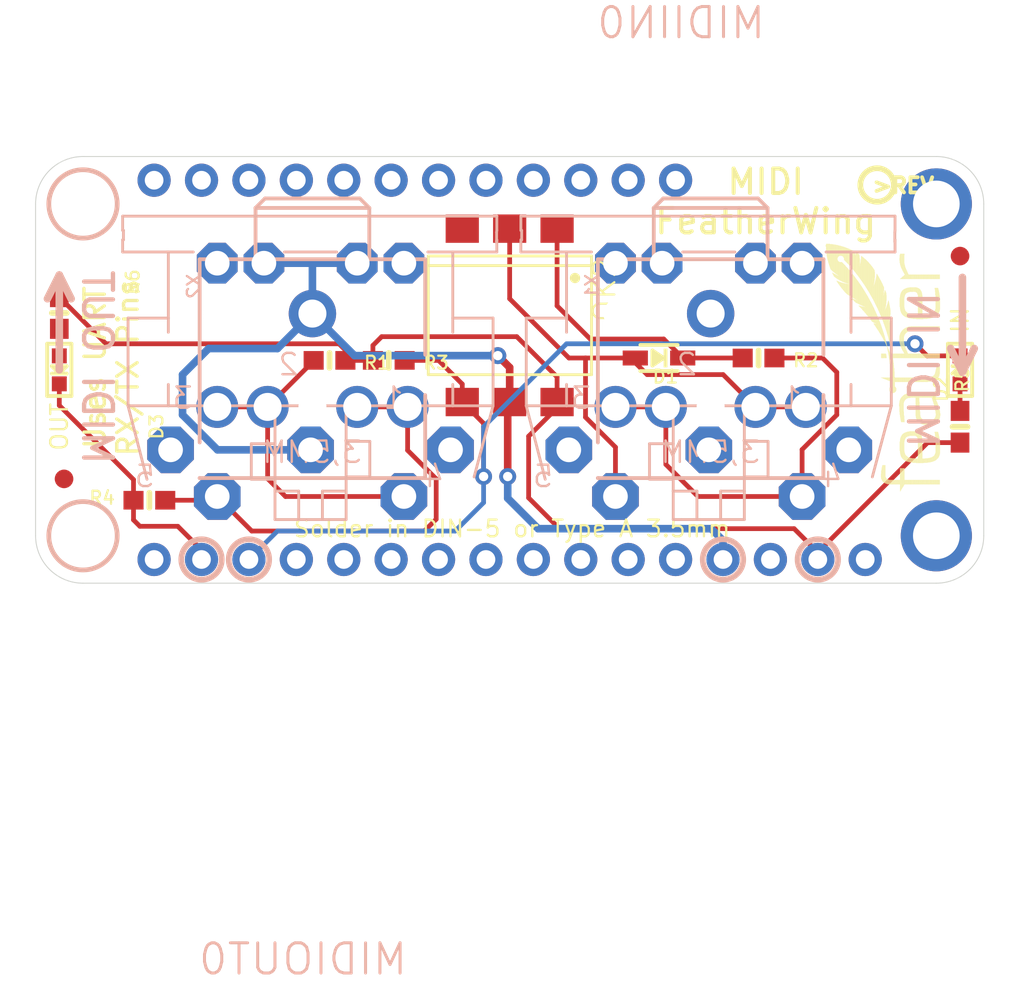
<source format=kicad_pcb>
(kicad_pcb (version 20211014) (generator pcbnew)
  (layers (0 "F.Cu" signal) (31 "B.Cu" signal) (34 "B.Paste" user) (35 "F.Paste" user) (36 "B.SilkS" user "B.Silkscreen") (37 "F.SilkS" user "F.Silkscreen") (38 "B.Mask" user) (39 "F.Mask" user) (44 "Edge.Cuts" user))
  (net 0 "")
  (net 1 "GND")
  (net 2 "3.3V")
  (net 3 "IN_SINK")
  (net 4 "IN_SOURCE")
  (net 5 "N$33")
  (net 6 "MIDI_RX")
  (net 7 "MIDI_TX")
  (net 8 "OUT_SOURCE")
  (net 9 "OUT_SINK")
  (net 10 "N$1")
  (net 11 "N$2")
  (net 12 "AREF")
  (net 13 "RESET")
  (net 14 "A")
  (net 15 "B")
  (net 16 "C")
  (net 17 "D")
  (net 18 "E")
  (net 19 "F")
  (net 20 "SCK")
  (net 21 "MOSI")
  (net 22 "MISO")
  (net 23 "G")
  (net 24 "SDA")
  (net 25 "SCL")
  (net 26 "H")
  (net 27 "I")
  (net 28 "J")
  (net 29 "K")
  (net 30 "L")
  (net 31 "M")
  (net 32 "N")
  (net 33 "USB")
  (net 34 "EN")
  (net 35 "VBAT")
  (footprint "boardEagle:PCBFEAT-REV-040" (layer "F.Cu") (at 168.1861 95.0976)
    (fp_text reference "U$8" hide)
    (fp_text value "" hide)
    (fp_text user ">REV" (at -0.3556 0.508) (layer "F.SilkS") (effects (font (size 0.8128 0.8128) (thickness 0.2032)) (justify left bottom)))
  )
  (footprint "boardEagle:0603-NO" (layer "F.Cu") (at 124.3711 101.9556 -90)
    (fp_text reference "R6" (at -2.413 -3.937 90) (layer "F.SilkS") (effects (font (size 0.692831 0.692831) (thickness 0.119969)) (justify right)))
    (fp_text value "2.2K")
    (pad "1" smd rect (at -0.85 0 270) (size 1.075 1) (layers "F.Cu" "F.Paste" "F.Mask") (net 2 "3.3V"))
    (pad "2" smd rect (at 0.85 0 270) (size 1.075 1) (layers "F.Cu" "F.Paste" "F.Mask") (net 11 "N$2"))
  )
  (footprint "boardEagle:SOD-323" (layer "F.Cu") (at 156.5021 104.3686 180)
    (fp_text reference "D1" (at -1.1 -1) (layer "F.SilkS") (effects (font (size 0.692831 0.692831) (thickness 0.119969)) (justify right)))
    (fp_text value "1N4148")
    (pad "A" smd rect (at 1.27 0 180) (size 1.35 0.8) (layers "F.Cu" "F.Paste" "F.Mask") (net 3 "IN_SINK"))
    (pad "C" smd rect (at -1.27 0 180) (size 1.35 0.8) (layers "F.Cu" "F.Paste" "F.Mask") (net 5 "N$33"))
  )
  (footprint "boardEagle:0603-NO" (layer "F.Cu") (at 161.8361 104.3686)
    (fp_text reference "R2" (at 1.778 0.127) (layer "F.SilkS") (effects (font (size 0.692831 0.692831) (thickness 0.119969)) (justify left)))
    (fp_text value "220")
    (pad "1" smd rect (at -0.85 0) (size 1.075 1) (layers "F.Cu" "F.Paste" "F.Mask") (net 5 "N$33"))
    (pad "2" smd rect (at 0.85 0) (size 1.075 1) (layers "F.Cu" "F.Paste" "F.Mask") (net 4 "IN_SOURCE"))
  )
  (footprint "boardEagle:CHIPLED_0603" (layer "F.Cu") (at 172.6311 105.0036)
    (fp_text reference "D2" (at -1.016 1.778 90) (layer "F.SilkS") (effects (font (size 0.692831 0.692831) (thickness 0.119969)) (justify left)))
    (fp_text value "BLUE")
    (pad "A" smd rect (at 0 0.75) (size 0.8 0.8) (layers "F.Cu" "F.Paste" "F.Mask") (net 10 "N$1"))
    (pad "C" smd rect (at 0 -0.75) (size 0.8 0.8) (layers "F.Cu" "F.Paste" "F.Mask") (net 6 "MIDI_RX"))
  )
  (footprint "boardEagle:CHIPLED_0603" (layer "F.Cu") (at 124.3711 105.0036 180)
    (fp_text reference "D3" (at -5.207 -2.286 90) (layer "F.SilkS") (effects (font (size 0.692831 0.692831) (thickness 0.119969)) (justify right)))
    (fp_text value "BLUE")
    (pad "A" smd rect (at 0 0.75 180) (size 0.8 0.8) (layers "F.Cu" "F.Paste" "F.Mask") (net 11 "N$2"))
    (pad "C" smd rect (at 0 -0.75 180) (size 0.8 0.8) (layers "F.Cu" "F.Paste" "F.Mask") (net 7 "MIDI_TX"))
  )
  (footprint "boardEagle:FIDUCIAL_1MM" (layer "F.Cu") (at 124.6251 110.8456)
    (fp_text reference "FID1" hide)
    (fp_text value "FIDUCIAL_1MM" hide)
    (pad "1" smd roundrect (at 0 0) (size 1 1) (layers "F.Cu" "F.Mask") (roundrect_rratio 0.5))
  )
  (footprint "boardEagle:0603-NO" (layer "F.Cu") (at 129.1971 111.9886 180)
    (fp_text reference "R4" (at 1.778 0.127) (layer "F.SilkS") (effects (font (size 0.692831 0.692831) (thickness 0.119969)) (justify right)))
    (fp_text value "10")
    (pad "1" smd rect (at -0.85 0 180) (size 1.075 1) (layers "F.Cu" "F.Paste" "F.Mask") (net 9 "OUT_SINK"))
    (pad "2" smd rect (at 0.85 0 180) (size 1.075 1) (layers "F.Cu" "F.Paste" "F.Mask") (net 7 "MIDI_TX"))
  )
  (footprint "boardEagle:0603-NO" (layer "F.Cu") (at 142.0241 104.4956)
    (fp_text reference "R3" (at 1.778 0.127) (layer "F.SilkS") (effects (font (size 0.692831 0.692831) (thickness 0.119969)) (justify left)))
    (fp_text value "470")
    (pad "1" smd rect (at -0.85 0) (size 1.075 1) (layers "F.Cu" "F.Paste" "F.Mask") (net 2 "3.3V"))
    (pad "2" smd rect (at 0.85 0) (size 1.075 1) (layers "F.Cu" "F.Paste" "F.Mask") (net 6 "MIDI_RX"))
  )
  (footprint "boardEagle:FEATHERLOGO_SMALL" (layer "F.Cu") (at 171.6151 111.6076 90)
    (fp_text reference "U$9" hide)
    (fp_text value "" hide)
  )
  (footprint "boardEagle:DIL6-SMD" (layer "F.Cu") (at 148.5011 102.0826 180)
    (fp_text reference "OK2" (at -5.08 3.175 90) (layer "F.SilkS") (effects (font (size 1.1557 1.1557) (thickness 0.1143)) (justify right)))
    (fp_text value "H11L1MS")
    (pad "1" smd rect (at -2.54 4.645 180) (size 1.78 1.52) (layers "F.Cu" "F.Paste" "F.Mask") (net 5 "N$33"))
    (pad "2" smd rect (at 0 4.645 180) (size 1.78 1.52) (layers "F.Cu" "F.Paste" "F.Mask") (net 3 "IN_SINK"))
    (pad "3" smd rect (at 2.54 4.645 180) (size 1.78 1.52) (layers "F.Cu" "F.Paste" "F.Mask"))
    (pad "4" smd rect (at 2.54 -4.645) (size 1.78 1.52) (layers "F.Cu" "F.Paste" "F.Mask") (net 6 "MIDI_RX"))
    (pad "5" smd rect (at 0 -4.645) (size 1.78 1.52) (layers "F.Cu" "F.Paste" "F.Mask") (net 1 "GND"))
    (pad "6" smd rect (at -2.54 -4.645) (size 1.78 1.52) (layers "F.Cu" "F.Paste" "F.Mask") (net 2 "3.3V"))
  )
  (footprint "boardEagle:FIDUCIAL_1MM" (layer "F.Cu") (at 172.6311 98.9076)
    (fp_text reference "FID2" hide)
    (fp_text value "FIDUCIAL_1MM" hide)
    (pad "1" smd roundrect (at 0 0) (size 1 1) (layers "F.Cu" "F.Mask") (roundrect_rratio 0.5))
  )
  (footprint "boardEagle:0603-NO" (layer "F.Cu") (at 138.8491 104.4956)
    (fp_text reference "R1" (at 1.778 0.127) (layer "F.SilkS") (effects (font (size 0.692831 0.692831) (thickness 0.119969)) (justify left)))
    (fp_text value "33")
    (pad "1" smd rect (at -0.85 0) (size 1.075 1) (layers "F.Cu" "F.Paste" "F.Mask") (net 8 "OUT_SOURCE"))
    (pad "2" smd rect (at 0.85 0) (size 1.075 1) (layers "F.Cu" "F.Paste" "F.Mask") (net 2 "3.3V"))
  )
  (footprint "boardEagle:0603-NO" (layer "F.Cu") (at 172.6311 108.0516 90)
    (fp_text reference "R5" (at 1.778 0.127 90) (layer "F.SilkS") (effects (font (size 0.692831 0.692831) (thickness 0.119969)) (justify left)))
    (fp_text value "2.2K")
    (pad "1" smd rect (at -0.85 0 90) (size 1.075 1) (layers "F.Cu" "F.Paste" "F.Mask") (net 2 "3.3V"))
    (pad "2" smd rect (at 0.85 0 90) (size 1.075 1) (layers "F.Cu" "F.Paste" "F.Mask") (net 10 "N$1"))
  )
  (footprint "boardEagle:FEATHERWING_NODIM" (layer "B.Cu") (at 173.9011 116.4336 180)
    (fp_text reference "MS1" hide)
    (fp_text value "FEATHERWING_NODIM" hide)
    (pad "" np_thru_hole circle (at 48.26 20.32 180) (size 2.54 2.54) (drill 2.54) (layers *.Cu *.Mask))
    (pad "" np_thru_hole circle (at 48.26 2.54 180) (size 2.54 2.54) (drill 2.54) (layers *.Cu *.Mask))
    (pad "1" thru_hole circle (at 6.35 1.27 180) (size 1.778 1.778) (drill 1) (layers *.Cu *.Mask) (net 13 "RESET"))
    (pad "2" thru_hole circle (at 8.89 1.27 180) (size 1.778 1.778) (drill 1) (layers *.Cu *.Mask) (net 2 "3.3V"))
    (pad "3" thru_hole circle (at 11.43 1.27 180) (size 1.778 1.778) (drill 1) (layers *.Cu *.Mask) (net 12 "AREF"))
    (pad "4" thru_hole circle (at 13.97 1.27 180) (size 1.778 1.778) (drill 1) (layers *.Cu *.Mask) (net 1 "GND"))
    (pad "5" thru_hole circle (at 16.51 1.27 180) (size 1.778 1.778) (drill 1) (layers *.Cu *.Mask) (net 14 "A"))
    (pad "6" thru_hole circle (at 19.05 1.27 180) (size 1.778 1.778) (drill 1) (layers *.Cu *.Mask) (net 15 "B"))
    (pad "7" thru_hole circle (at 21.59 1.27 180) (size 1.778 1.778) (drill 1) (layers *.Cu *.Mask) (net 16 "C"))
    (pad "8" thru_hole circle (at 24.13 1.27 180) (size 1.778 1.778) (drill 1) (layers *.Cu *.Mask) (net 17 "D"))
    (pad "9" thru_hole circle (at 26.67 1.27 180) (size 1.778 1.778) (drill 1) (layers *.Cu *.Mask) (net 18 "E"))
    (pad "10" thru_hole circle (at 29.21 1.27 180) (size 1.778 1.778) (drill 1) (layers *.Cu *.Mask) (net 19 "F"))
    (pad "11" thru_hole circle (at 31.75 1.27 180) (size 1.778 1.778) (drill 1) (layers *.Cu *.Mask) (net 20 "SCK"))
    (pad "12" thru_hole circle (at 34.29 1.27 180) (size 1.778 1.778) (drill 1) (layers *.Cu *.Mask) (net 21 "MOSI"))
    (pad "13" thru_hole circle (at 36.83 1.27 180) (size 1.778 1.778) (drill 1) (layers *.Cu *.Mask) (net 22 "MISO"))
    (pad "14" thru_hole circle (at 39.37 1.27 180) (size 1.778 1.778) (drill 1) (layers *.Cu *.Mask) (net 6 "MIDI_RX"))
    (pad "15" thru_hole circle (at 41.91 1.27 180) (size 1.778 1.778) (drill 1) (layers *.Cu *.Mask) (net 7 "MIDI_TX"))
    (pad "16" thru_hole circle (at 44.45 1.27 180) (size 1.778 1.778) (drill 1) (layers *.Cu *.Mask) (net 23 "G"))
    (pad "17" thru_hole circle (at 44.45 21.59 180) (size 1.778 1.778) (drill 1) (layers *.Cu *.Mask) (net 24 "SDA"))
    (pad "18" thru_hole circle (at 41.91 21.59 180) (size 1.778 1.778) (drill 1) (layers *.Cu *.Mask) (net 25 "SCL"))
    (pad "19" thru_hole circle (at 39.37 21.59 180) (size 1.778 1.778) (drill 1) (layers *.Cu *.Mask) (net 26 "H"))
    (pad "20" thru_hole circle (at 36.83 21.59 180) (size 1.778 1.778) (drill 1) (layers *.Cu *.Mask) (net 27 "I"))
    (pad "21" thru_hole circle (at 34.29 21.59 180) (size 1.778 1.778) (drill 1) (layers *.Cu *.Mask) (net 28 "J"))
    (pad "22" thru_hole circle (at 31.75 21.59 180) (size 1.778 1.778) (drill 1) (layers *.Cu *.Mask) (net 29 "K"))
    (pad "23" thru_hole circle (at 29.21 21.59 180) (size 1.778 1.778) (drill 1) (layers *.Cu *.Mask) (net 30 "L"))
    (pad "24" thru_hole circle (at 26.67 21.59 180) (size 1.778 1.778) (drill 1) (layers *.Cu *.Mask) (net 31 "M"))
    (pad "25" thru_hole circle (at 24.13 21.59 180) (size 1.778 1.778) (drill 1) (layers *.Cu *.Mask) (net 32 "N"))
    (pad "26" thru_hole circle (at 21.59 21.59 180) (size 1.778 1.778) (drill 1) (layers *.Cu *.Mask) (net 33 "USB"))
    (pad "27" thru_hole circle (at 19.05 21.59 180) (size 1.778 1.778) (drill 1) (layers *.Cu *.Mask) (net 34 "EN"))
    (pad "28" thru_hole circle (at 16.51 21.59 180) (size 1.778 1.778) (drill 1) (layers *.Cu *.Mask) (net 35 "VBAT"))
    (pad "P$1" thru_hole circle (at 2.54 20.32 180) (size 3.81 3.81) (drill 2.5) (layers *.Cu *.Mask))
    (pad "P$2" thru_hole circle (at 2.54 2.54 180) (size 3.81 3.81) (drill 2.5) (layers *.Cu *.Mask))
  )
  (footprint "boardEagle:STX3100" (layer "B.Cu") (at 159.1691 99.2886 -90)
    (fp_text reference "X1" (at 1.985 6.25 -270) (layer "B.SilkS") (effects (font (size 0.692831 0.692831) (thickness 0.119969)) (justify right mirror)))
    (fp_text value "3.5mm")
    (fp_text user "3,5MM" (at 10.79 -2.831) (layer "B.SilkS") (effects (font (size 1.143 1.143) (thickness 0.127)) (justify left bottom mirror)))
    (pad "" np_thru_hole circle (at 2.7 4.9 270) (size 1.5 1.5) (drill 1.5) (layers *.Cu *.Mask))
    (pad "" np_thru_hole circle (at 7.7 -0.1 270) (size 1.5 1.5) (drill 1.5) (layers *.Cu *.Mask))
    (pad "" np_thru_hole circle (at 2.7 -5.1 270) (size 1.5 1.5) (drill 1.5) (layers *.Cu *.Mask))
    (pad "1" thru_hole circle (at 2.7 -0.1 270) (size 2.54 2.54) (drill 1.5) (layers *.Cu *.Mask))
    (pad "2" thru_hole circle (at 7.7 5 270) (size 2.25 2.25) (drill 1.5) (layers *.Cu *.Mask) (net 4 "IN_SOURCE"))
    (pad "3" thru_hole circle (at 7.7 2.3 270) (size 2.25 2.25) (drill 1.5) (layers *.Cu *.Mask) (net 4 "IN_SOURCE"))
    (pad "4" thru_hole circle (at 7.7 -2.5 270) (size 2.25 2.25) (drill 1.5) (layers *.Cu *.Mask) (net 3 "IN_SINK"))
    (pad "5" thru_hole circle (at 7.7 -5.2 270) (size 2.25 2.25) (drill 1.5) (layers *.Cu *.Mask) (net 3 "IN_SINK"))
  )
  (footprint "boardEagle:STX3100" (layer "B.Cu") (at 137.8331 99.2886 -90)
    (fp_text reference "X2" (at 1.985 6.25 -270) (layer "B.SilkS") (effects (font (size 0.692831 0.692831) (thickness 0.119969)) (justify right mirror)))
    (fp_text value "3.5mm")
    (fp_text user "3,5MM" (at 10.79 -2.831) (layer "B.SilkS") (effects (font (size 1.143 1.143) (thickness 0.127)) (justify left bottom mirror)))
    (pad "" np_thru_hole circle (at 7.7 -0.1 270) (size 1.5 1.5) (drill 1.5) (layers *.Cu *.Mask))
    (pad "" np_thru_hole circle (at 2.7 4.9 270) (size 1.5 1.5) (drill 1.5) (layers *.Cu *.Mask))
    (pad "" np_thru_hole circle (at 2.7 -5.1 270) (size 1.5 1.5) (drill 1.5) (layers *.Cu *.Mask))
    (pad "1" thru_hole circle (at 2.7 -0.1 270) (size 2.54 2.54) (drill 1.5) (layers *.Cu *.Mask) (net 1 "GND"))
    (pad "2" thru_hole circle (at 7.7 5 270) (size 2.25 2.25) (drill 1.5) (layers *.Cu *.Mask) (net 8 "OUT_SOURCE"))
    (pad "3" thru_hole circle (at 7.7 2.3 270) (size 2.25 2.25) (drill 1.5) (layers *.Cu *.Mask) (net 8 "OUT_SOURCE"))
    (pad "4" thru_hole circle (at 7.7 -2.5 270) (size 2.25 2.25) (drill 1.5) (layers *.Cu *.Mask) (net 9 "OUT_SINK"))
    (pad "5" thru_hole circle (at 7.7 -5.2 270) (size 2.25 2.25) (drill 1.5) (layers *.Cu *.Mask) (net 9 "OUT_SINK"))
  )
  (footprint "boardEagle:CP-2350" (layer "B.Cu") (at 137.8331 99.2886)
    (fp_text reference "MIDIOUT0" (at -6.096 37.291) (layer "B.SilkS") (effects (font (size 1.61798 1.61798) (thickness 0.16002)) (justify right mirror)))
    (fp_text value "DIN_5")
    (fp_text user "4" (at 7.239 12.085 180) (layer "B.SilkS") (effects (font (size 1.143 1.143) (thickness 0.127)) (justify left bottom mirror)))
    (fp_text user "3" (at -6.223 7.894 180) (layer "B.SilkS") (effects (font (size 1.143 1.143) (thickness 0.127)) (justify left bottom mirror)))
    (fp_text user "5" (at -8.255 12.085 180) (layer "B.SilkS") (effects (font (size 1.143 1.143) (thickness 0.127)) (justify left bottom mirror)))
    (fp_text user "1" (at 5.08 7.894 180) (layer "B.SilkS") (effects (font (size 1.143 1.143) (thickness 0.127)) (justify left bottom mirror)))
    (fp_text user "2" (at -0.551 6.094 180) (layer "B.SilkS") (effects (font (size 1.143 1.143) (thickness 0.127)) (justify left bottom mirror)))
    (pad "1" thru_hole roundrect (at 7.5 10) (size 2.5 2.5) (drill 1.3208) (layers *.Cu *.Mask) (chamfer_ratio 0.2928932188) (chamfer top_left top_right bottom_left bottom_right))
    (pad "2" thru_hole roundrect (at 0 10 270) (size 2.5 2.5) (drill 1.3208) (layers *.Cu *.Mask) (chamfer_ratio 0.2928932188) (chamfer top_left top_right bottom_left bottom_right) (net 1 "GND"))
    (pad "3" thru_hole roundrect (at -7.5 10) (size 2.5 2.5) (drill 1.3208) (layers *.Cu *.Mask) (chamfer_ratio 0.2928932188) (chamfer top_left top_right bottom_left bottom_right))
    (pad "4" thru_hole roundrect (at 5 12.5) (size 2.5 2.5) (drill 1.3208) (layers *.Cu *.Mask) (chamfer_ratio 0.2928932188) (chamfer top_left top_right bottom_left bottom_right) (net 8 "OUT_SOURCE"))
    (pad "5" thru_hole roundrect (at -5 12.5) (size 2.5 2.5) (drill 1.3208) (layers *.Cu *.Mask) (chamfer_ratio 0.2928932188) (chamfer top_left top_right bottom_left bottom_right) (net 9 "OUT_SINK"))
    (pad "PE" thru_hole roundrect (at -2.5 0) (size 2.1844 2.1844) (drill 1.3208) (layers *.Cu *.Mask) (chamfer_ratio 0.2928932188) (chamfer top_left top_right bottom_left bottom_right) (net 1 "GND"))
    (pad "PE1" thru_hole roundrect (at -5 0) (size 2.1844 2.1844) (drill 1.3208) (layers *.Cu *.Mask) (chamfer_ratio 0.2928932188) (chamfer top_left top_right bottom_left bottom_right))
    (pad "PE2" thru_hole roundrect (at 5 0) (size 2.1844 2.1844) (drill 1.3208) (layers *.Cu *.Mask) (chamfer_ratio 0.2928932188) (chamfer top_left top_right bottom_left bottom_right))
    (pad "PE@" thru_hole roundrect (at 2.5 0) (size 2.1844 2.1844) (drill 1.3208) (layers *.Cu *.Mask) (chamfer_ratio 0.2928932188) (chamfer top_left top_right bottom_left bottom_right) (net 1 "GND"))
  )
  (footprint "boardEagle:CP-2350" (layer "B.Cu") (at 159.1691 99.2886)
    (fp_text reference "MIDIIN0" (at -6.096 -12.874) (layer "B.SilkS") (effects (font (size 1.61798 1.61798) (thickness 0.16002)) (justify right mirror)))
    (fp_text value "DIN_5")
    (fp_text user "3" (at -6.223 7.894 180) (layer "B.SilkS") (effects (font (size 1.143 1.143) (thickness 0.127)) (justify left bottom mirror)))
    (fp_text user "4" (at 7.239 12.085 180) (layer "B.SilkS") (effects (font (size 1.143 1.143) (thickness 0.127)) (justify left bottom mirror)))
    (fp_text user "5" (at -8.255 12.085 180) (layer "B.SilkS") (effects (font (size 1.143 1.143) (thickness 0.127)) (justify left bottom mirror)))
    (fp_text user "2" (at -0.551 6.094 180) (layer "B.SilkS") (effects (font (size 1.143 1.143) (thickness 0.127)) (justify left bottom mirror)))
    (fp_text user "1" (at 5.08 7.894 180) (layer "B.SilkS") (effects (font (size 1.143 1.143) (thickness 0.127)) (justify left bottom mirror)))
    (pad "1" thru_hole roundrect (at 7.5 10) (size 2.5 2.5) (drill 1.3208) (layers *.Cu *.Mask) (chamfer_ratio 0.2928932188) (chamfer top_left top_right bottom_left bottom_right))
    (pad "2" thru_hole roundrect (at 0 10 270) (size 2.5 2.5) (drill 1.3208) (layers *.Cu *.Mask) (chamfer_ratio 0.2928932188) (chamfer top_left top_right bottom_left bottom_right))
    (pad "3" thru_hole roundrect (at -7.5 10) (size 2.5 2.5) (drill 1.3208) (layers *.Cu *.Mask) (chamfer_ratio 0.2928932188) (chamfer top_left top_right bottom_left bottom_right))
    (pad "4" thru_hole roundrect (at 5 12.5) (size 2.5 2.5) (drill 1.3208) (layers *.Cu *.Mask) (chamfer_ratio 0.2928932188) (chamfer top_left top_right bottom_left bottom_right) (net 4 "IN_SOURCE"))
    (pad "5" thru_hole roundrect (at -5 12.5) (size 2.5 2.5) (drill 1.3208) (layers *.Cu *.Mask) (chamfer_ratio 0.2928932188) (chamfer top_left top_right bottom_left bottom_right) (net 3 "IN_SINK"))
    (pad "PE" thru_hole roundrect (at -2.5 0) (size 2.1844 2.1844) (drill 1.3208) (layers *.Cu *.Mask) (chamfer_ratio 0.2928932188) (chamfer top_left top_right bottom_left bottom_right))
    (pad "PE1" thru_hole roundrect (at -5 0) (size 2.1844 2.1844) (drill 1.3208) (layers *.Cu *.Mask) (chamfer_ratio 0.2928932188) (chamfer top_left top_right bottom_left bottom_right))
    (pad "PE2" thru_hole roundrect (at 5 0) (size 2.1844 2.1844) (drill 1.3208) (layers *.Cu *.Mask) (chamfer_ratio 0.2928932188) (chamfer top_left top_right bottom_left bottom_right))
    (pad "PE@" thru_hole roundrect (at 2.5 0) (size 2.1844 2.1844) (drill 1.3208) (layers *.Cu *.Mask) (chamfer_ratio 0.2928932188) (chamfer top_left top_right bottom_left bottom_right))
  )
  (gr_circle (center 159.9311 115.1636) (end 161.016187 115.1636) (layer "B.SilkS") (width 0.3048) (fill none))
  (gr_line (start 124.3711 99.9236) (end 125.0061 101.1936) (layer "B.SilkS") (width 0.4064))
  (gr_line (start 172.7581 105.1306) (end 172.1231 103.8606) (layer "B.SilkS") (width 0.4064))
  (gr_line (start 172.7581 105.1306) (end 173.3931 103.8606) (layer "B.SilkS") (width 0.4064))
  (gr_circle (center 134.5311 115.1636) (end 135.616187 115.1636) (layer "B.SilkS") (width 0.3048) (fill none))
  (gr_circle (center 125.6411 113.8936) (end 127.472718 113.8936) (layer "B.SilkS") (width 0.254) (fill none))
  (gr_line (start 172.7581 100.0506) (end 172.7581 105.1306) (layer "B.SilkS") (width 0.4064))
  (gr_circle (center 131.9911 115.1636) (end 133.076187 115.1636) (layer "B.SilkS") (width 0.3048) (fill none))
  (gr_line (start 124.3711 99.9236) (end 123.7361 101.1936) (layer "B.SilkS") (width 0.4064))
  (gr_line (start 124.3711 105.0036) (end 124.3711 99.9236) (layer "B.SilkS") (width 0.4064))
  (gr_circle (center 165.0111 115.1636) (end 166.096187 115.1636) (layer "B.SilkS") (width 0.3048) (fill none))
  (gr_circle (center 125.6411 96.1136) (end 127.472718 96.1136) (layer "B.SilkS") (width 0.254) (fill none))
  (gr_line (start 125.6411 116.4336) (end 171.3611 116.4336) (layer "Edge.Cuts") (width 0.05))
  (gr_arc (start 123.1011 96.1136) (mid 123.845049 94.317549) (end 125.6411 93.5736) (layer "Edge.Cuts") (width 0.05))
  (gr_arc (start 171.3611 93.5736) (mid 173.157151 94.317549) (end 173.9011 96.1136) (layer "Edge.Cuts") (width 0.05))
  (gr_arc (start 173.9011 113.8936) (mid 173.157151 115.689651) (end 171.3611 116.4336) (layer "Edge.Cuts") (width 0.05))
  (gr_line (start 123.1011 96.1136) (end 123.1011 113.8936) (layer "Edge.Cuts") (width 0.05))
  (gr_line (start 171.3611 93.5736) (end 125.6411 93.5736) (layer "Edge.Cuts") (width 0.05))
  (gr_line (start 173.9011 113.8936) (end 173.9011 96.1136) (layer "Edge.Cuts") (width 0.05))
  (gr_arc (start 125.6411 116.4336) (mid 123.845049 115.689651) (end 123.1011 113.8936) (layer "Edge.Cuts") (width 0.05))
  (gr_text "MIDI IN" (at 170.5991 105.0036 -90) (layer "B.SilkS") (effects (font (size 1.54686 1.54686) (thickness 0.23114)) (justify mirror)))
  (gr_text "MIDI OUT" (at 126.4031 104.8766 -90) (layer "B.SilkS") (effects (font (size 1.54686 1.54686) (thickness 0.23114)) (justify mirror)))
  (gr_text "Solder in DIN-5 or Type A 3.5mm" (at 148.6281 113.5126) (layer "F.SilkS") (effects (font (size 0.89408 0.89408) (thickness 0.12192))))
  (gr_text "MIDI\nFeatherWing" (at 162.2171 95.9866) (layer "F.SilkS") (effects (font (size 1.31064 1.31064) (thickness 0.21336))))
  (gr_text "OUT" (at 124.3711 108.0516 90) (layer "F.SilkS") (effects (font (size 0.89408 0.89408) (thickness 0.12192))))
  (gr_text "IN" (at 172.6311 102.3366 90) (layer "F.SilkS") (effects (font (size 0.89408 0.89408) (thickness 0.12192))))
  (gr_text "Uses UART\nRX/TX Pins" (at 127.1651 104.8766 90) (layer "F.SilkS") (effects (font (size 1.0922 1.0922) (thickness 0.1778))))
  (segment (start 148.5011 106.7276) (end 148.5011 104.8766) (width 0.4064) (layer "F.Cu") (net 1))
  (segment (start 148.5011 106.7276) (end 148.3955 106.8332) (width 0.4064) (layer "F.Cu") (net 1))
  (segment (start 148.5011 104.8766) (end 147.8661 104.2416) (width 0.4064) (layer "F.Cu") (net 1))
  (segment (start 148.3955 106.8332) (end 148.3955 110.7186) (width 0.4064) (layer "F.Cu") (net 1))
  (via (at 148.3955 110.7186) (size 0.9064) (drill 0.5) (layers "F.Cu" "B.Cu") (net 1))
  (via (at 147.8661 104.2416) (size 0.9064) (drill 0.5) (layers "F.Cu" "B.Cu") (net 1))
  (segment (start 159.9311 115.1636) (end 159.9311 114.1476) (width 0.4064) (layer "B.Cu") (net 1))
  (segment (start 137.8331 109.2886) (end 132.8471 109.2886) (width 0.4064) (layer "B.Cu") (net 1))
  (segment (start 132.3721 103.8606) (end 136.0611 103.8606) (width 0.4064) (layer "B.Cu") (net 1))
  (segment (start 148.3955 111.883) (end 148.3955 110.7186) (width 0.4064) (layer "B.Cu") (net 1))
  (segment (start 130.9751 107.4166) (end 130.9751 105.2576) (width 0.4064) (layer "B.Cu") (net 1))
  (segment (start 159.2961 113.5126) (end 150.0251 113.5126) (width 0.4064) (layer "B.Cu") (net 1))
  (segment (start 137.9331 99.3156) (end 137.9601 99.2886) (width 0.254) (layer "B.Cu") (net 1))
  (segment (start 132.8471 109.2886) (end 130.9751 107.4166) (width 0.4064) (layer "B.Cu") (net 1))
  (segment (start 150.0251 113.5126) (end 148.3955 111.883) (width 0.4064) (layer "B.Cu") (net 1))
  (segment (start 147.8661 104.2416) (end 140.1861 104.2416) (width 0.4064) (layer "B.Cu") (net 1))
  (segment (start 137.9601 99.2886) (end 140.3331 99.2886) (width 0.4064) (layer "B.Cu") (net 1))
  (segment (start 159.9311 114.1476) (end 159.2961 113.5126) (width 0.4064) (layer "B.Cu") (net 1))
  (segment (start 140.1861 104.2416) (end 137.9331 101.9886) (width 0.4064) (layer "B.Cu") (net 1))
  (segment (start 130.9751 105.2576) (end 132.3721 103.8606) (width 0.4064) (layer "B.Cu") (net 1))
  (segment (start 137.9331 101.9886) (end 137.9331 99.3156) (width 0.4064) (layer "B.Cu") (net 1))
  (segment (start 135.3331 99.2886) (end 137.9601 99.2886) (width 0.4064) (layer "B.Cu") (net 1))
  (segment (start 136.0611 103.8606) (end 137.9331 101.9886) (width 0.4064) (layer "B.Cu") (net 1))
  (segment (start 149.5171 111.8616) (end 151.1681 113.5126) (width 0.254) (layer "F.Cu") (net 2))
  (segment (start 141.1741 103.6946) (end 141.6431 103.2256) (width 0.254) (layer "F.Cu") (net 2))
  (segment (start 170.8921 108.9016) (end 172.6311 108.9016) (width 0.254) (layer "F.Cu") (net 2))
  (segment (start 149.5171 108.5596) (end 149.5171 111.8616) (width 0.254) (layer "F.Cu") (net 2))
  (segment (start 165.0111 114.7826) (end 170.8921 108.9016) (width 0.254) (layer "F.Cu") (net 2))
  (segment (start 148.8821 103.2256) (end 151.0411 105.3846) (width 0.254) (layer "F.Cu") (net 2))
  (segment (start 163.7411 113.5126) (end 165.0111 114.7826) (width 0.254) (layer "F.Cu") (net 2))
  (segment (start 141.1741 104.4956) (end 141.1741 103.6946) (width 0.254) (layer "F.Cu") (net 2))
  (segment (start 141.1741 104.4956) (end 139.6991 104.4956) (width 0.254) (layer "F.Cu") (net 2))
  (segment (start 141.6431 103.2256) (end 148.8821 103.2256) (width 0.254) (layer "F.Cu") (net 2))
  (segment (start 151.0411 106.7276) (end 151.0411 107.0356) (width 0.254) (layer "F.Cu") (net 2))
  (segment (start 165.0111 115.1636) (end 165.0111 114.7826) (width 0.254) (layer "F.Cu") (net 2))
  (segment (start 139.6991 103.9486) (end 139.6991 104.4956) (width 0.254) (layer "F.Cu") (net 2))
  (segment (start 151.0411 105.3846) (end 151.0411 106.7276) (width 0.254) (layer "F.Cu") (net 2))
  (segment (start 151.1681 113.5126) (end 163.7411 113.5126) (width 0.254) (layer "F.Cu") (net 2))
  (segment (start 124.3711 101.1056) (end 126.8721 103.6066) (width 0.254) (layer "F.Cu") (net 2))
  (segment (start 151.0411 107.0356) (end 149.5171 108.5596) (width 0.254) (layer "F.Cu") (net 2))
  (segment (start 139.3571 103.6066) (end 139.6991 103.9486) (width 0.254) (layer "F.Cu") (net 2))
  (segment (start 126.8721 103.6066) (end 139.3571 103.6066) (width 0.254) (layer "F.Cu") (net 2))
  (segment (start 152.5651 107.5436) (end 152.5651 104.3686) (width 0.254) (layer "F.Cu") (net 3))
  (segment (start 148.5011 101.1936) (end 151.6761 104.3686) (width 0.254) (layer "F.Cu") (net 3))
  (segment (start 161.6691 106.9886) (end 164.3691 106.9886) (width 0.254) (layer "F.Cu") (net 3))
  (segment (start 154.1691 109.1476) (end 152.5651 107.5436) (width 0.254) (layer "F.Cu") (net 3))
  (segment (start 151.6761 104.3686) (end 152.5651 104.3686) (width 0.254) (layer "F.Cu") (net 3))
  (segment (start 155.2321 104.6226) (end 155.2321 104.3686) (width 0.254) (layer "F.Cu") (net 3))
  (segment (start 155.8671 105.2576) (end 155.2321 104.6226) (width 0.254) (layer "F.Cu") (net 3))
  (segment (start 154.1691 111.7886) (end 154.1691 109.1476) (width 0.254) (layer "F.Cu") (net 3))
  (segment (start 159.9381 105.2576) (end 155.8671 105.2576) (width 0.254) (layer "F.Cu") (net 3))
  (segment (start 152.5651 104.3686) (end 155.2321 104.3686) (width 0.254) (layer "F.Cu") (net 3))
  (segment (start 161.6691 106.9886) (end 159.9381 105.2576) (width 0.254) (layer "F.Cu") (net 3))
  (segment (start 148.5011 97.4376) (end 148.5011 101.1936) (width 0.254) (layer "F.Cu") (net 3))
  (segment (start 154.1691 106.9886) (end 156.8691 106.9886) (width 0.254) (layer "F.Cu") (net 4))
  (segment (start 166.0271 107.4166) (end 166.0271 105.1306) (width 0.254) (layer "F.Cu") (net 4))
  (segment (start 164.1691 109.2746) (end 166.0271 107.4166) (width 0.254) (layer "F.Cu") (net 4))
  (segment (start 165.2651 104.3686) (end 162.6861 104.3686) (width 0.254) (layer "F.Cu") (net 4))
  (segment (start 156.8691 110.0696) (end 158.5881 111.7886) (width 0.254) (layer "F.Cu") (net 4))
  (segment (start 156.8691 106.9886) (end 156.8691 110.0696) (width 0.254) (layer "F.Cu") (net 4))
  (segment (start 158.5881 111.7886) (end 164.1691 111.7886) (width 0.254) (layer "F.Cu") (net 4))
  (segment (start 164.1691 111.7886) (end 164.1691 109.2746) (width 0.254) (layer "F.Cu") (net 4))
  (segment (start 166.0271 105.1306) (end 165.2651 104.3686) (width 0.254) (layer "F.Cu") (net 4))
  (segment (start 151.0411 101.5746) (end 152.8191 103.3526) (width 0.254) (layer "F.Cu") (net 5))
  (segment (start 157.7721 104.3686) (end 160.9861 104.3686) (width 0.254) (layer "F.Cu") (net 5))
  (segment (start 151.0411 97.4376) (end 151.0411 101.5746) (width 0.254) (layer "F.Cu") (net 5))
  (segment (start 156.7561 103.3526) (end 157.7721 104.3686) (width 0.254) (layer "F.Cu") (net 5))
  (segment (start 152.8191 103.3526) (end 156.7561 103.3526) (width 0.254) (layer "F.Cu") (net 5))
  (segment (start 142.8741 104.4956) (end 144.6911 104.4956) (width 0.254) (layer "F.Cu") (net 6))
  (segment (start 145.9611 105.7656) (end 145.9611 106.7276) (width 0.254) (layer "F.Cu") (net 6))
  (segment (start 144.6911 104.4956) (end 145.9611 105.7656) (width 0.254) (layer "F.Cu") (net 6))
  (segment (start 172.6311 104.2536) (end 170.8651 104.2536) (width 0.254) (layer "F.Cu") (net 6))
  (segment (start 147.1041 107.8706) (end 145.9611 106.7276) (width 0.254) (layer "F.Cu") (net 6))
  (segment (start 147.1041 110.7186) (end 147.1041 107.8706) (width 0.254) (layer "F.Cu") (net 6))
  (segment (start 170.8651 104.2536) (end 170.2181 103.6066) (width 0.254) (layer "F.Cu") (net 6))
  (via (at 147.1041 110.7186) (size 0.9064) (drill 0.5) (layers "F.Cu" "B.Cu") (net 6))
  (via (at 170.2181 103.6066) (size 0.9064) (drill 0.5) (layers "F.Cu" "B.Cu") (net 6))
  (segment (start 170.2181 103.6066) (end 151.5491 103.6066) (width 0.254) (layer "B.Cu") (net 6))
  (segment (start 134.5311 115.1636) (end 136.0551 113.6396) (width 0.254) (layer "B.Cu") (net 6))
  (segment (start 145.5801 113.6396) (end 147.1041 112.1156) (width 0.254) (layer "B.Cu") (net 6))
  (segment (start 147.1041 112.1156) (end 147.1041 110.7186) (width 0.254) (layer "B.Cu") (net 6))
  (segment (start 136.0551 113.6396) (end 145.5801 113.6396) (width 0.254) (layer "B.Cu") (net 6))
  (segment (start 147.1041 108.0516) (end 147.1041 110.7186) (width 0.254) (layer "B.Cu") (net 6))
  (segment (start 147.1041 108.0516) (end 151.5491 103.6066) (width 0.254) (layer "B.Cu") (net 6))
  (segment (start 131.9911 114.6556) (end 131.9911 115.1636) (width 0.254) (layer "F.Cu") (net 7))
  (segment (start 128.6891 113.3856) (end 130.7211 113.3856) (width 0.254) (layer "F.Cu") (net 7))
  (segment (start 128.3471 113.0436) (end 128.6891 113.3856) (width 0.254) (layer "F.Cu") (net 7))
  (segment (start 130.7211 113.3856) (end 131.9911 114.6556) (width 0.254) (layer "F.Cu") (net 7))
  (segment (start 128.3471 110.8846) (end 128.3471 111.9886) (width 0.254) (layer "F.Cu") (net 7))
  (segment (start 124.3711 105.7536) (end 124.3711 106.9086) (width 0.254) (layer "F.Cu") (net 7))
  (segment (start 128.3471 111.9886) (end 128.3471 113.0436) (width 0.254) (layer "F.Cu") (net 7))
  (segment (start 124.3711 106.9086) (end 128.3471 110.8846) (width 0.254) (layer "F.Cu") (net 7))
  (segment (start 137.9991 104.5226) (end 137.9991 104.4956) (width 0.254) (layer "F.Cu") (net 8))
  (segment (start 142.8331 111.7886) (end 136.4901 111.7886) (width 0.254) (layer "F.Cu") (net 8))
  (segment (start 132.8331 106.9886) (end 135.5331 106.9886) (width 0.254) (layer "F.Cu") (net 8))
  (segment (start 136.4901 111.7886) (end 135.5331 110.8316) (width 0.254) (layer "F.Cu") (net 8))
  (segment (start 135.5331 106.9886) (end 137.9991 104.5226) (width 0.254) (layer "F.Cu") (net 8))
  (segment (start 135.5331 110.8316) (end 135.5331 106.9886) (width 0.254) (layer "F.Cu") (net 8))
  (segment (start 144.5641 110.8456) (end 144.5641 113.0046) (width 0.254) (layer "F.Cu") (net 9))
  (segment (start 140.3331 106.9886) (end 143.0331 106.9886) (width 0.254) (layer "F.Cu") (net 9))
  (segment (start 143.0331 109.3146) (end 144.5641 110.8456) (width 0.254) (layer "F.Cu") (net 9))
  (segment (start 132.6331 111.9886) (end 132.8331 111.7886) (width 0.254) (layer "F.Cu") (net 9))
  (segment (start 143.0331 106.9886) (end 143.0331 109.3146) (width 0.254) (layer "F.Cu") (net 9))
  (segment (start 134.6841 113.6396) (end 132.8331 111.7886) (width 0.254) (layer "F.Cu") (net 9))
  (segment (start 144.5641 113.0046) (end 143.9291 113.6396) (width 0.254) (layer "F.Cu") (net 9))
  (segment (start 130.0471 111.9886) (end 132.6331 111.9886) (width 0.254) (layer "F.Cu") (net 9))
  (segment (start 143.9291 113.6396) (end 134.6841 113.6396) (width 0.254) (layer "F.Cu") (net 9))
  (segment (start 172.6311 105.7536) (end 172.6311 107.2016) (width 0.254) (layer "F.Cu") (net 10))
  (segment (start 124.3711 104.2536) (end 124.418396 104.206304) (width 0.254) (layer "F.Cu") (net 11))
  (segment (start 124.418396 104.206304) (end 124.3711 102.8056) (width 0.254) (layer "F.Cu") (net 11))
)
</source>
